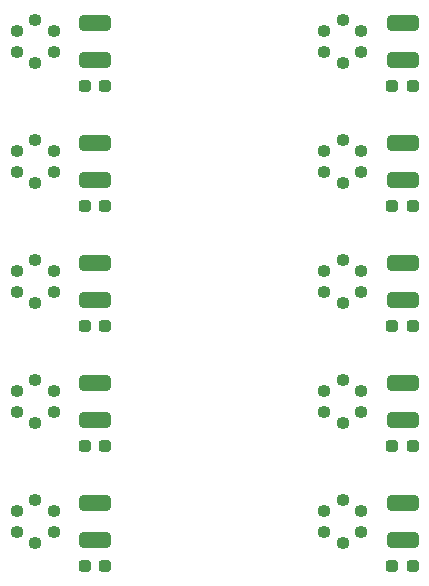
<source format=gbr>
%TF.GenerationSoftware,KiCad,Pcbnew,8.0.8*%
%TF.CreationDate,2025-02-21T17:55:20+11:00*%
%TF.ProjectId,panel,70616e65-6c2e-46b6-9963-61645f706362,rev?*%
%TF.SameCoordinates,Original*%
%TF.FileFunction,Paste,Top*%
%TF.FilePolarity,Positive*%
%FSLAX46Y46*%
G04 Gerber Fmt 4.6, Leading zero omitted, Abs format (unit mm)*
G04 Created by KiCad (PCBNEW 8.0.8) date 2025-02-21 17:55:20*
%MOMM*%
%LPD*%
G01*
G04 APERTURE LIST*
G04 Aperture macros list*
%AMRoundRect*
0 Rectangle with rounded corners*
0 $1 Rounding radius*
0 $2 $3 $4 $5 $6 $7 $8 $9 X,Y pos of 4 corners*
0 Add a 4 corners polygon primitive as box body*
4,1,4,$2,$3,$4,$5,$6,$7,$8,$9,$2,$3,0*
0 Add four circle primitives for the rounded corners*
1,1,$1+$1,$2,$3*
1,1,$1+$1,$4,$5*
1,1,$1+$1,$6,$7*
1,1,$1+$1,$8,$9*
0 Add four rect primitives between the rounded corners*
20,1,$1+$1,$2,$3,$4,$5,0*
20,1,$1+$1,$4,$5,$6,$7,0*
20,1,$1+$1,$6,$7,$8,$9,0*
20,1,$1+$1,$8,$9,$2,$3,0*%
G04 Aperture macros list end*
%ADD10O,1.100000X1.100000*%
%ADD11RoundRect,0.237500X0.287500X0.237500X-0.287500X0.237500X-0.287500X-0.237500X0.287500X-0.237500X0*%
%ADD12RoundRect,0.250000X-1.075000X0.400000X-1.075000X-0.400000X1.075000X-0.400000X1.075000X0.400000X0*%
G04 APERTURE END LIST*
D10*
%TO.C,H2*%
X162816155Y-31179500D03*
X162816155Y-32979500D03*
X164375000Y-30279500D03*
X164375000Y-33879500D03*
X165933845Y-31179500D03*
X165933845Y-32979499D03*
%TD*%
D11*
%TO.C,D1*%
X170330000Y-76529500D03*
X168580000Y-76529500D03*
%TD*%
%TO.C,D1*%
X170330000Y-56209500D03*
X168580000Y-56209500D03*
%TD*%
%TO.C,D1*%
X170330000Y-35889500D03*
X168580000Y-35889500D03*
%TD*%
D12*
%TO.C,R1*%
X169455000Y-61009500D03*
X169455000Y-64109500D03*
%TD*%
D10*
%TO.C,H2*%
X162816155Y-71819500D03*
X162816155Y-73619500D03*
X164375000Y-70919500D03*
X164375000Y-74519500D03*
X165933845Y-71819500D03*
X165933845Y-73619499D03*
%TD*%
D11*
%TO.C,D1*%
X144295000Y-35889500D03*
X142545000Y-35889500D03*
%TD*%
D12*
%TO.C,R1*%
X169455000Y-71169500D03*
X169455000Y-74269500D03*
%TD*%
D10*
%TO.C,H2*%
X162816155Y-61659500D03*
X162816155Y-63459500D03*
X164375000Y-60759500D03*
X164375000Y-64359500D03*
X165933845Y-61659500D03*
X165933845Y-63459499D03*
%TD*%
D12*
%TO.C,R1*%
X143420000Y-30529500D03*
X143420000Y-33629500D03*
%TD*%
%TO.C,R1*%
X169455000Y-40689500D03*
X169455000Y-43789500D03*
%TD*%
D11*
%TO.C,D1*%
X144295000Y-66369500D03*
X142545000Y-66369500D03*
%TD*%
D12*
%TO.C,R1*%
X143420000Y-40689500D03*
X143420000Y-43789500D03*
%TD*%
D11*
%TO.C,D1*%
X170330000Y-46049500D03*
X168580000Y-46049500D03*
%TD*%
D10*
%TO.C,H2*%
X162816155Y-51499500D03*
X162816155Y-53299500D03*
X164375000Y-50599500D03*
X164375000Y-54199500D03*
X165933845Y-51499500D03*
X165933845Y-53299499D03*
%TD*%
D11*
%TO.C,D1*%
X144295000Y-46049500D03*
X142545000Y-46049500D03*
%TD*%
%TO.C,D1*%
X144295000Y-56209500D03*
X142545000Y-56209500D03*
%TD*%
D10*
%TO.C,H2*%
X136781155Y-71819500D03*
X136781155Y-73619500D03*
X138340000Y-70919500D03*
X138340000Y-74519500D03*
X139898845Y-71819500D03*
X139898845Y-73619499D03*
%TD*%
D12*
%TO.C,R1*%
X143420000Y-71169500D03*
X143420000Y-74269500D03*
%TD*%
D10*
%TO.C,H2*%
X136781155Y-51499500D03*
X136781155Y-53299500D03*
X138340000Y-50599500D03*
X138340000Y-54199500D03*
X139898845Y-51499500D03*
X139898845Y-53299499D03*
%TD*%
%TO.C,H2*%
X162816155Y-41339500D03*
X162816155Y-43139500D03*
X164375000Y-40439500D03*
X164375000Y-44039500D03*
X165933845Y-41339500D03*
X165933845Y-43139499D03*
%TD*%
%TO.C,H2*%
X136781155Y-31179500D03*
X136781155Y-32979500D03*
X138340000Y-30279500D03*
X138340000Y-33879500D03*
X139898845Y-31179500D03*
X139898845Y-32979499D03*
%TD*%
D11*
%TO.C,D1*%
X170330000Y-66369500D03*
X168580000Y-66369500D03*
%TD*%
D12*
%TO.C,R1*%
X169455000Y-50849500D03*
X169455000Y-53949500D03*
%TD*%
%TO.C,R1*%
X169455000Y-30529500D03*
X169455000Y-33629500D03*
%TD*%
D11*
%TO.C,D1*%
X144295000Y-76529500D03*
X142545000Y-76529500D03*
%TD*%
D12*
%TO.C,R1*%
X143420000Y-50849500D03*
X143420000Y-53949500D03*
%TD*%
D10*
%TO.C,H2*%
X136781155Y-61659500D03*
X136781155Y-63459500D03*
X138340000Y-60759500D03*
X138340000Y-64359500D03*
X139898845Y-61659500D03*
X139898845Y-63459499D03*
%TD*%
%TO.C,H2*%
X136781155Y-41339500D03*
X136781155Y-43139500D03*
X138340000Y-40439500D03*
X138340000Y-44039500D03*
X139898845Y-41339500D03*
X139898845Y-43139499D03*
%TD*%
D12*
%TO.C,R1*%
X143420000Y-61009500D03*
X143420000Y-64109500D03*
%TD*%
M02*

</source>
